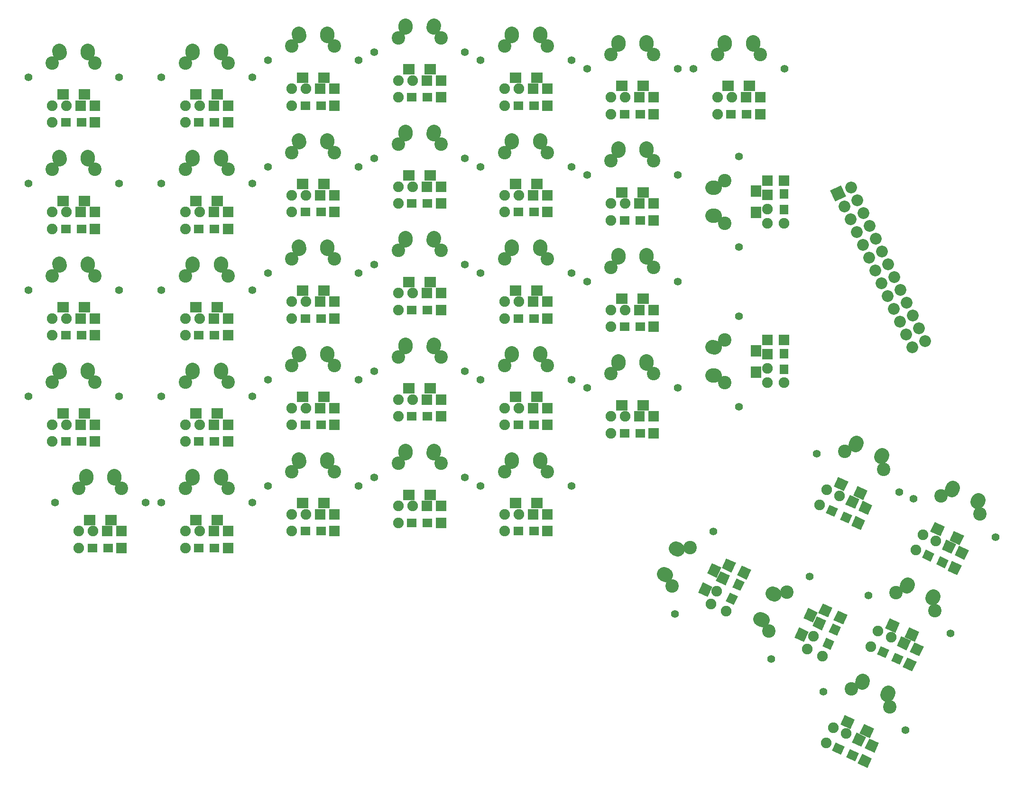
<source format=gbs>
%FSLAX46Y46*%
G04 Gerber Fmt 4.6, Leading zero omitted, Abs format (unit mm)*
G04 Created by KiCad (PCBNEW (2014-09-07 BZR 5117)-product) date Thu 04 Dec 2014 19:35:44 GMT*
%MOMM*%
G01*
G04 APERTURE LIST*
%ADD10C,0.100000*%
%ADD11C,1.900000*%
%ADD12C,2.400000*%
%ADD13C,2.500000*%
%ADD14C,1.400000*%
%ADD15R,2.000000X1.900000*%
%ADD16R,1.900000X1.900000*%
%ADD17R,1.700000X1.600000*%
%ADD18R,1.900000X2.000000*%
%ADD19R,1.600000X1.700000*%
%ADD20C,2.127200*%
G04 APERTURE END LIST*
D10*
G36*
X194782777Y-123387474D02*
X193060792Y-122584499D01*
X193906029Y-120771884D01*
X195628014Y-121574859D01*
X194782777Y-123387474D01*
X194782777Y-123387474D01*
G37*
G36*
X193176827Y-126831444D02*
X191454842Y-126028469D01*
X192300079Y-124215854D01*
X194022064Y-125018829D01*
X193176827Y-126831444D01*
X193176827Y-126831444D01*
G37*
G36*
X196350274Y-124758370D02*
X194628289Y-123955395D01*
X195431264Y-122233410D01*
X197153249Y-123036385D01*
X196350274Y-124758370D01*
X196350274Y-124758370D01*
G37*
D11*
X194817318Y-125797912D03*
D10*
G36*
X197423724Y-122456348D02*
X195701739Y-121653373D01*
X196504714Y-119931388D01*
X198226699Y-120734363D01*
X197423724Y-122456348D01*
X197423724Y-122456348D01*
G37*
D11*
X193743868Y-128099933D03*
D10*
G36*
X200144460Y-123725048D02*
X198422475Y-122922073D01*
X199225450Y-121200088D01*
X200947435Y-122003063D01*
X200144460Y-123725048D01*
X200144460Y-123725048D01*
G37*
D11*
X196464604Y-129368633D03*
D10*
G36*
X199032266Y-125755226D02*
X197582173Y-125079037D01*
X198300624Y-123538314D01*
X199750717Y-124214503D01*
X199032266Y-125755226D01*
X199032266Y-125755226D01*
G37*
G36*
X197848935Y-128292888D02*
X196398842Y-127616699D01*
X197117293Y-126075976D01*
X198567386Y-126752165D01*
X197848935Y-128292888D01*
X197848935Y-128292888D01*
G37*
D12*
X190058154Y-117973517D03*
X186837803Y-124879582D03*
D13*
X187522478Y-118205997D02*
X187878244Y-118388837D01*
X185385992Y-122787706D02*
X185754738Y-122942712D01*
D14*
X187326792Y-129841093D03*
X194173208Y-115158907D03*
D10*
G36*
X212002625Y-131417221D02*
X210280640Y-130614246D01*
X211125877Y-128801631D01*
X212847862Y-129604606D01*
X212002625Y-131417221D01*
X212002625Y-131417221D01*
G37*
G36*
X210396675Y-134861191D02*
X208674690Y-134058216D01*
X209519927Y-132245601D01*
X211241912Y-133048576D01*
X210396675Y-134861191D01*
X210396675Y-134861191D01*
G37*
G36*
X213570122Y-132788117D02*
X211848137Y-131985142D01*
X212651112Y-130263157D01*
X214373097Y-131066132D01*
X213570122Y-132788117D01*
X213570122Y-132788117D01*
G37*
D11*
X212037166Y-133827659D03*
D10*
G36*
X214643572Y-130486095D02*
X212921587Y-129683120D01*
X213724562Y-127961135D01*
X215446547Y-128764110D01*
X214643572Y-130486095D01*
X214643572Y-130486095D01*
G37*
D11*
X210963716Y-136129680D03*
D10*
G36*
X217364308Y-131754795D02*
X215642323Y-130951820D01*
X216445298Y-129229835D01*
X218167283Y-130032810D01*
X217364308Y-131754795D01*
X217364308Y-131754795D01*
G37*
D11*
X213684452Y-137398380D03*
D10*
G36*
X216252114Y-133784973D02*
X214802021Y-133108784D01*
X215520472Y-131568061D01*
X216970565Y-132244250D01*
X216252114Y-133784973D01*
X216252114Y-133784973D01*
G37*
G36*
X215068783Y-136322635D02*
X213618690Y-135646446D01*
X214337141Y-134105723D01*
X215787234Y-134781912D01*
X215068783Y-136322635D01*
X215068783Y-136322635D01*
G37*
D12*
X207278002Y-126003264D03*
X204057651Y-132909329D03*
D13*
X204742326Y-126235744D02*
X205098092Y-126418584D01*
X202605840Y-130817453D02*
X202974586Y-130972459D01*
D14*
X204546640Y-137870840D03*
X211393056Y-123188654D03*
D10*
G36*
X220287348Y-151202195D02*
X221090323Y-149480210D01*
X222902938Y-150325447D01*
X222099963Y-152047432D01*
X220287348Y-151202195D01*
X220287348Y-151202195D01*
G37*
G36*
X216843378Y-149596245D02*
X217646353Y-147874260D01*
X219458968Y-148719497D01*
X218655993Y-150441482D01*
X216843378Y-149596245D01*
X216843378Y-149596245D01*
G37*
G36*
X218916452Y-152769692D02*
X219719427Y-151047707D01*
X221441412Y-151850682D01*
X220638437Y-153572667D01*
X218916452Y-152769692D01*
X218916452Y-152769692D01*
G37*
D11*
X217876910Y-151236736D03*
D10*
G36*
X221218474Y-153843142D02*
X222021449Y-152121157D01*
X223743434Y-152924132D01*
X222940459Y-154646117D01*
X221218474Y-153843142D01*
X221218474Y-153843142D01*
G37*
D11*
X215574889Y-150163286D03*
D10*
G36*
X219949774Y-156563878D02*
X220752749Y-154841893D01*
X222474734Y-155644868D01*
X221671759Y-157366853D01*
X219949774Y-156563878D01*
X219949774Y-156563878D01*
G37*
D11*
X214306189Y-152884022D03*
D10*
G36*
X217919596Y-155451684D02*
X218595785Y-154001591D01*
X220136508Y-154720042D01*
X219460319Y-156170135D01*
X217919596Y-155451684D01*
X217919596Y-155451684D01*
G37*
G36*
X215381934Y-154268353D02*
X216058123Y-152818260D01*
X217598846Y-153536711D01*
X216922657Y-154986804D01*
X215381934Y-154268353D01*
X215381934Y-154268353D01*
G37*
D12*
X225701305Y-146477572D03*
X218795240Y-143257221D03*
D13*
X225468825Y-143941896D02*
X225285985Y-144297662D01*
X220887116Y-141805410D02*
X220732110Y-142174156D01*
D14*
X213833729Y-143746210D03*
X228515915Y-150592626D03*
D10*
G36*
X228317095Y-133982347D02*
X229120070Y-132260362D01*
X230932685Y-133105599D01*
X230129710Y-134827584D01*
X228317095Y-133982347D01*
X228317095Y-133982347D01*
G37*
G36*
X224873125Y-132376397D02*
X225676100Y-130654412D01*
X227488715Y-131499649D01*
X226685740Y-133221634D01*
X224873125Y-132376397D01*
X224873125Y-132376397D01*
G37*
G36*
X226946199Y-135549844D02*
X227749174Y-133827859D01*
X229471159Y-134630834D01*
X228668184Y-136352819D01*
X226946199Y-135549844D01*
X226946199Y-135549844D01*
G37*
D11*
X225906657Y-134016888D03*
D10*
G36*
X229248221Y-136623294D02*
X230051196Y-134901309D01*
X231773181Y-135704284D01*
X230970206Y-137426269D01*
X229248221Y-136623294D01*
X229248221Y-136623294D01*
G37*
D11*
X223604636Y-132943438D03*
D10*
G36*
X227979521Y-139344030D02*
X228782496Y-137622045D01*
X230504481Y-138425020D01*
X229701506Y-140147005D01*
X227979521Y-139344030D01*
X227979521Y-139344030D01*
G37*
D11*
X222335936Y-135664174D03*
D10*
G36*
X225949343Y-138231836D02*
X226625532Y-136781743D01*
X228166255Y-137500194D01*
X227490066Y-138950287D01*
X225949343Y-138231836D01*
X225949343Y-138231836D01*
G37*
G36*
X223411681Y-137048505D02*
X224087870Y-135598412D01*
X225628593Y-136316863D01*
X224952404Y-137766956D01*
X223411681Y-137048505D01*
X223411681Y-137048505D01*
G37*
D12*
X233731052Y-129257724D03*
X226824987Y-126037373D03*
D13*
X233498572Y-126722048D02*
X233315732Y-127077814D01*
X228916863Y-124585562D02*
X228761857Y-124954308D01*
D14*
X221863476Y-126526362D03*
X236545662Y-133372778D03*
D10*
G36*
X236346842Y-116762499D02*
X237149817Y-115040514D01*
X238962432Y-115885751D01*
X238159457Y-117607736D01*
X236346842Y-116762499D01*
X236346842Y-116762499D01*
G37*
G36*
X232902872Y-115156549D02*
X233705847Y-113434564D01*
X235518462Y-114279801D01*
X234715487Y-116001786D01*
X232902872Y-115156549D01*
X232902872Y-115156549D01*
G37*
G36*
X234975946Y-118329996D02*
X235778921Y-116608011D01*
X237500906Y-117410986D01*
X236697931Y-119132971D01*
X234975946Y-118329996D01*
X234975946Y-118329996D01*
G37*
D11*
X233936404Y-116797040D03*
D10*
G36*
X237277968Y-119403446D02*
X238080943Y-117681461D01*
X239802928Y-118484436D01*
X238999953Y-120206421D01*
X237277968Y-119403446D01*
X237277968Y-119403446D01*
G37*
D11*
X231634383Y-115723590D03*
D10*
G36*
X236009268Y-122124182D02*
X236812243Y-120402197D01*
X238534228Y-121205172D01*
X237731253Y-122927157D01*
X236009268Y-122124182D01*
X236009268Y-122124182D01*
G37*
D11*
X230365683Y-118444326D03*
D10*
G36*
X233979090Y-121011988D02*
X234655279Y-119561895D01*
X236196002Y-120280346D01*
X235519813Y-121730439D01*
X233979090Y-121011988D01*
X233979090Y-121011988D01*
G37*
G36*
X231441428Y-119828657D02*
X232117617Y-118378564D01*
X233658340Y-119097015D01*
X232982151Y-120547108D01*
X231441428Y-119828657D01*
X231441428Y-119828657D01*
G37*
D12*
X241760799Y-112037876D03*
X234854734Y-108817525D03*
D13*
X241528319Y-109502200D02*
X241345479Y-109857966D01*
X236946610Y-107365714D02*
X236791604Y-107734460D01*
D14*
X229893223Y-109306514D03*
X244575409Y-116152930D03*
D10*
G36*
X219126994Y-108732752D02*
X219929969Y-107010767D01*
X221742584Y-107856004D01*
X220939609Y-109577989D01*
X219126994Y-108732752D01*
X219126994Y-108732752D01*
G37*
G36*
X215683024Y-107126802D02*
X216485999Y-105404817D01*
X218298614Y-106250054D01*
X217495639Y-107972039D01*
X215683024Y-107126802D01*
X215683024Y-107126802D01*
G37*
G36*
X217756098Y-110300249D02*
X218559073Y-108578264D01*
X220281058Y-109381239D01*
X219478083Y-111103224D01*
X217756098Y-110300249D01*
X217756098Y-110300249D01*
G37*
D11*
X216716556Y-108767293D03*
D10*
G36*
X220058120Y-111373699D02*
X220861095Y-109651714D01*
X222583080Y-110454689D01*
X221780105Y-112176674D01*
X220058120Y-111373699D01*
X220058120Y-111373699D01*
G37*
D11*
X214414535Y-107693843D03*
D10*
G36*
X218789420Y-114094435D02*
X219592395Y-112372450D01*
X221314380Y-113175425D01*
X220511405Y-114897410D01*
X218789420Y-114094435D01*
X218789420Y-114094435D01*
G37*
D11*
X213145835Y-110414579D03*
D10*
G36*
X216759242Y-112982241D02*
X217435431Y-111532148D01*
X218976154Y-112250599D01*
X218299965Y-113700692D01*
X216759242Y-112982241D01*
X216759242Y-112982241D01*
G37*
G36*
X214221580Y-111798910D02*
X214897769Y-110348817D01*
X216438492Y-111067268D01*
X215762303Y-112517361D01*
X214221580Y-111798910D01*
X214221580Y-111798910D01*
G37*
D12*
X224540951Y-104008129D03*
X217634886Y-100787778D03*
D13*
X224308471Y-101472453D02*
X224125631Y-101828219D01*
X219726762Y-99335967D02*
X219571756Y-99704713D01*
D14*
X212673375Y-101276767D03*
X227355561Y-108123183D03*
D15*
X200650000Y-35580000D03*
X196850000Y-35580000D03*
D16*
X200020000Y-37580000D03*
D11*
X197480000Y-37580000D03*
D16*
X202560000Y-37580000D03*
D11*
X194940000Y-37580000D03*
D16*
X202560000Y-40582000D03*
D11*
X194940000Y-40582000D03*
D17*
X200150000Y-40582000D03*
X197350000Y-40582000D03*
D12*
X202560000Y-29960000D03*
X194940000Y-29960000D03*
D13*
X201277678Y-27760147D02*
X201262322Y-28159853D01*
X196222322Y-27760147D02*
X196237678Y-28159853D01*
D14*
X190650000Y-32500000D03*
X206850000Y-32500000D03*
D18*
X201830000Y-54350000D03*
X201830000Y-58150000D03*
D16*
X203830000Y-54980000D03*
D11*
X203830000Y-57520000D03*
D16*
X203830000Y-52440000D03*
D11*
X203830000Y-60060000D03*
D16*
X206832000Y-52440000D03*
D11*
X206832000Y-60060000D03*
D19*
X206832000Y-54850000D03*
X206832000Y-57650000D03*
D12*
X196210000Y-52440000D03*
X196210000Y-60060000D03*
D13*
X194010147Y-53722322D02*
X194409853Y-53737678D01*
X194010147Y-58777678D02*
X194409853Y-58762322D01*
D14*
X198750000Y-64350000D03*
X198750000Y-48150000D03*
D18*
X201830000Y-82850000D03*
X201830000Y-86650000D03*
D16*
X203830000Y-83480000D03*
D11*
X203830000Y-86020000D03*
D16*
X203830000Y-80940000D03*
D11*
X203830000Y-88560000D03*
D16*
X206832000Y-80940000D03*
D11*
X206832000Y-88560000D03*
D19*
X206832000Y-83350000D03*
X206832000Y-86150000D03*
D12*
X196210000Y-80940000D03*
X196210000Y-88560000D03*
D13*
X194010147Y-82222322D02*
X194409853Y-82237678D01*
X194010147Y-87277678D02*
X194409853Y-87262322D01*
D14*
X198750000Y-92850000D03*
X198750000Y-76650000D03*
D15*
X181650000Y-35580000D03*
X177850000Y-35580000D03*
D16*
X181020000Y-37580000D03*
D11*
X178480000Y-37580000D03*
D16*
X183560000Y-37580000D03*
D11*
X175940000Y-37580000D03*
D16*
X183560000Y-40582000D03*
D11*
X175940000Y-40582000D03*
D17*
X181150000Y-40582000D03*
X178350000Y-40582000D03*
D12*
X183560000Y-29960000D03*
X175940000Y-29960000D03*
D13*
X182277678Y-27760147D02*
X182262322Y-28159853D01*
X177222322Y-27760147D02*
X177237678Y-28159853D01*
D14*
X171650000Y-32500000D03*
X187850000Y-32500000D03*
D15*
X181650000Y-54580000D03*
X177850000Y-54580000D03*
D16*
X181020000Y-56580000D03*
D11*
X178480000Y-56580000D03*
D16*
X183560000Y-56580000D03*
D11*
X175940000Y-56580000D03*
D16*
X183560000Y-59582000D03*
D11*
X175940000Y-59582000D03*
D17*
X181150000Y-59582000D03*
X178350000Y-59582000D03*
D12*
X183560000Y-48960000D03*
X175940000Y-48960000D03*
D13*
X182277678Y-46760147D02*
X182262322Y-47159853D01*
X177222322Y-46760147D02*
X177237678Y-47159853D01*
D14*
X171650000Y-51500000D03*
X187850000Y-51500000D03*
D15*
X181650000Y-73580000D03*
X177850000Y-73580000D03*
D16*
X181020000Y-75580000D03*
D11*
X178480000Y-75580000D03*
D16*
X183560000Y-75580000D03*
D11*
X175940000Y-75580000D03*
D16*
X183560000Y-78582000D03*
D11*
X175940000Y-78582000D03*
D17*
X181150000Y-78582000D03*
X178350000Y-78582000D03*
D12*
X183560000Y-67960000D03*
X175940000Y-67960000D03*
D13*
X182277678Y-65760147D02*
X182262322Y-66159853D01*
X177222322Y-65760147D02*
X177237678Y-66159853D01*
D14*
X171650000Y-70500000D03*
X187850000Y-70500000D03*
D15*
X181650000Y-92580000D03*
X177850000Y-92580000D03*
D16*
X181020000Y-94580000D03*
D11*
X178480000Y-94580000D03*
D16*
X183560000Y-94580000D03*
D11*
X175940000Y-94580000D03*
D16*
X183560000Y-97582000D03*
D11*
X175940000Y-97582000D03*
D17*
X181150000Y-97582000D03*
X178350000Y-97582000D03*
D12*
X183560000Y-86960000D03*
X175940000Y-86960000D03*
D13*
X182277678Y-84760147D02*
X182262322Y-85159853D01*
X177222322Y-84760147D02*
X177237678Y-85159853D01*
D14*
X171650000Y-89500000D03*
X187850000Y-89500000D03*
D15*
X162650000Y-34080000D03*
X158850000Y-34080000D03*
D16*
X162020000Y-36080000D03*
D11*
X159480000Y-36080000D03*
D16*
X164560000Y-36080000D03*
D11*
X156940000Y-36080000D03*
D16*
X164560000Y-39082000D03*
D11*
X156940000Y-39082000D03*
D17*
X162150000Y-39082000D03*
X159350000Y-39082000D03*
D12*
X164560000Y-28460000D03*
X156940000Y-28460000D03*
D13*
X163277678Y-26260147D02*
X163262322Y-26659853D01*
X158222322Y-26260147D02*
X158237678Y-26659853D01*
D14*
X152650000Y-31000000D03*
X168850000Y-31000000D03*
D15*
X162650000Y-53080000D03*
X158850000Y-53080000D03*
D16*
X162020000Y-55080000D03*
D11*
X159480000Y-55080000D03*
D16*
X164560000Y-55080000D03*
D11*
X156940000Y-55080000D03*
D16*
X164560000Y-58082000D03*
D11*
X156940000Y-58082000D03*
D17*
X162150000Y-58082000D03*
X159350000Y-58082000D03*
D12*
X164560000Y-47460000D03*
X156940000Y-47460000D03*
D13*
X163277678Y-45260147D02*
X163262322Y-45659853D01*
X158222322Y-45260147D02*
X158237678Y-45659853D01*
D14*
X152650000Y-50000000D03*
X168850000Y-50000000D03*
D15*
X162650000Y-72080000D03*
X158850000Y-72080000D03*
D16*
X162020000Y-74080000D03*
D11*
X159480000Y-74080000D03*
D16*
X164560000Y-74080000D03*
D11*
X156940000Y-74080000D03*
D16*
X164560000Y-77082000D03*
D11*
X156940000Y-77082000D03*
D17*
X162150000Y-77082000D03*
X159350000Y-77082000D03*
D12*
X164560000Y-66460000D03*
X156940000Y-66460000D03*
D13*
X163277678Y-64260147D02*
X163262322Y-64659853D01*
X158222322Y-64260147D02*
X158237678Y-64659853D01*
D14*
X152650000Y-69000000D03*
X168850000Y-69000000D03*
D15*
X162650000Y-91080000D03*
X158850000Y-91080000D03*
D16*
X162020000Y-93080000D03*
D11*
X159480000Y-93080000D03*
D16*
X164560000Y-93080000D03*
D11*
X156940000Y-93080000D03*
D16*
X164560000Y-96082000D03*
D11*
X156940000Y-96082000D03*
D17*
X162150000Y-96082000D03*
X159350000Y-96082000D03*
D12*
X164560000Y-85460000D03*
X156940000Y-85460000D03*
D13*
X163277678Y-83260147D02*
X163262322Y-83659853D01*
X158222322Y-83260147D02*
X158237678Y-83659853D01*
D14*
X152650000Y-88000000D03*
X168850000Y-88000000D03*
D15*
X162650000Y-110080000D03*
X158850000Y-110080000D03*
D16*
X162020000Y-112080000D03*
D11*
X159480000Y-112080000D03*
D16*
X164560000Y-112080000D03*
D11*
X156940000Y-112080000D03*
D16*
X164560000Y-115082000D03*
D11*
X156940000Y-115082000D03*
D17*
X162150000Y-115082000D03*
X159350000Y-115082000D03*
D12*
X164560000Y-104460000D03*
X156940000Y-104460000D03*
D13*
X163277678Y-102260147D02*
X163262322Y-102659853D01*
X158222322Y-102260147D02*
X158237678Y-102659853D01*
D14*
X152650000Y-107000000D03*
X168850000Y-107000000D03*
D15*
X143650000Y-32580000D03*
X139850000Y-32580000D03*
D16*
X143020000Y-34580000D03*
D11*
X140480000Y-34580000D03*
D16*
X145560000Y-34580000D03*
D11*
X137940000Y-34580000D03*
D16*
X145560000Y-37582000D03*
D11*
X137940000Y-37582000D03*
D17*
X143150000Y-37582000D03*
X140350000Y-37582000D03*
D12*
X145560000Y-26960000D03*
X137940000Y-26960000D03*
D13*
X144277678Y-24760147D02*
X144262322Y-25159853D01*
X139222322Y-24760147D02*
X139237678Y-25159853D01*
D14*
X133650000Y-29500000D03*
X149850000Y-29500000D03*
D15*
X143650000Y-51580000D03*
X139850000Y-51580000D03*
D16*
X143020000Y-53580000D03*
D11*
X140480000Y-53580000D03*
D16*
X145560000Y-53580000D03*
D11*
X137940000Y-53580000D03*
D16*
X145560000Y-56582000D03*
D11*
X137940000Y-56582000D03*
D17*
X143150000Y-56582000D03*
X140350000Y-56582000D03*
D12*
X145560000Y-45960000D03*
X137940000Y-45960000D03*
D13*
X144277678Y-43760147D02*
X144262322Y-44159853D01*
X139222322Y-43760147D02*
X139237678Y-44159853D01*
D14*
X133650000Y-48500000D03*
X149850000Y-48500000D03*
D15*
X143650000Y-70580000D03*
X139850000Y-70580000D03*
D16*
X143020000Y-72580000D03*
D11*
X140480000Y-72580000D03*
D16*
X145560000Y-72580000D03*
D11*
X137940000Y-72580000D03*
D16*
X145560000Y-75582000D03*
D11*
X137940000Y-75582000D03*
D17*
X143150000Y-75582000D03*
X140350000Y-75582000D03*
D12*
X145560000Y-64960000D03*
X137940000Y-64960000D03*
D13*
X144277678Y-62760147D02*
X144262322Y-63159853D01*
X139222322Y-62760147D02*
X139237678Y-63159853D01*
D14*
X133650000Y-67500000D03*
X149850000Y-67500000D03*
D15*
X143650000Y-89580000D03*
X139850000Y-89580000D03*
D16*
X143020000Y-91580000D03*
D11*
X140480000Y-91580000D03*
D16*
X145560000Y-91580000D03*
D11*
X137940000Y-91580000D03*
D16*
X145560000Y-94582000D03*
D11*
X137940000Y-94582000D03*
D17*
X143150000Y-94582000D03*
X140350000Y-94582000D03*
D12*
X145560000Y-83960000D03*
X137940000Y-83960000D03*
D13*
X144277678Y-81760147D02*
X144262322Y-82159853D01*
X139222322Y-81760147D02*
X139237678Y-82159853D01*
D14*
X133650000Y-86500000D03*
X149850000Y-86500000D03*
D15*
X143650000Y-108580000D03*
X139850000Y-108580000D03*
D16*
X143020000Y-110580000D03*
D11*
X140480000Y-110580000D03*
D16*
X145560000Y-110580000D03*
D11*
X137940000Y-110580000D03*
D16*
X145560000Y-113582000D03*
D11*
X137940000Y-113582000D03*
D17*
X143150000Y-113582000D03*
X140350000Y-113582000D03*
D12*
X145560000Y-102960000D03*
X137940000Y-102960000D03*
D13*
X144277678Y-100760147D02*
X144262322Y-101159853D01*
X139222322Y-100760147D02*
X139237678Y-101159853D01*
D14*
X133650000Y-105500000D03*
X149850000Y-105500000D03*
D15*
X124650000Y-34080000D03*
X120850000Y-34080000D03*
D16*
X124020000Y-36080000D03*
D11*
X121480000Y-36080000D03*
D16*
X126560000Y-36080000D03*
D11*
X118940000Y-36080000D03*
D16*
X126560000Y-39082000D03*
D11*
X118940000Y-39082000D03*
D17*
X124150000Y-39082000D03*
X121350000Y-39082000D03*
D12*
X126560000Y-28460000D03*
X118940000Y-28460000D03*
D13*
X125277678Y-26260147D02*
X125262322Y-26659853D01*
X120222322Y-26260147D02*
X120237678Y-26659853D01*
D14*
X114650000Y-31000000D03*
X130850000Y-31000000D03*
D15*
X124650000Y-53080000D03*
X120850000Y-53080000D03*
D16*
X124020000Y-55080000D03*
D11*
X121480000Y-55080000D03*
D16*
X126560000Y-55080000D03*
D11*
X118940000Y-55080000D03*
D16*
X126560000Y-58082000D03*
D11*
X118940000Y-58082000D03*
D17*
X124150000Y-58082000D03*
X121350000Y-58082000D03*
D12*
X126560000Y-47460000D03*
X118940000Y-47460000D03*
D13*
X125277678Y-45260147D02*
X125262322Y-45659853D01*
X120222322Y-45260147D02*
X120237678Y-45659853D01*
D14*
X114650000Y-50000000D03*
X130850000Y-50000000D03*
D15*
X124650000Y-72080000D03*
X120850000Y-72080000D03*
D16*
X124020000Y-74080000D03*
D11*
X121480000Y-74080000D03*
D16*
X126560000Y-74080000D03*
D11*
X118940000Y-74080000D03*
D16*
X126560000Y-77082000D03*
D11*
X118940000Y-77082000D03*
D17*
X124150000Y-77082000D03*
X121350000Y-77082000D03*
D12*
X126560000Y-66460000D03*
X118940000Y-66460000D03*
D13*
X125277678Y-64260147D02*
X125262322Y-64659853D01*
X120222322Y-64260147D02*
X120237678Y-64659853D01*
D14*
X114650000Y-69000000D03*
X130850000Y-69000000D03*
D15*
X124650000Y-91080000D03*
X120850000Y-91080000D03*
D16*
X124020000Y-93080000D03*
D11*
X121480000Y-93080000D03*
D16*
X126560000Y-93080000D03*
D11*
X118940000Y-93080000D03*
D16*
X126560000Y-96082000D03*
D11*
X118940000Y-96082000D03*
D17*
X124150000Y-96082000D03*
X121350000Y-96082000D03*
D12*
X126560000Y-85460000D03*
X118940000Y-85460000D03*
D13*
X125277678Y-83260147D02*
X125262322Y-83659853D01*
X120222322Y-83260147D02*
X120237678Y-83659853D01*
D14*
X114650000Y-88000000D03*
X130850000Y-88000000D03*
D15*
X124650000Y-110080000D03*
X120850000Y-110080000D03*
D16*
X124020000Y-112080000D03*
D11*
X121480000Y-112080000D03*
D16*
X126560000Y-112080000D03*
D11*
X118940000Y-112080000D03*
D16*
X126560000Y-115082000D03*
D11*
X118940000Y-115082000D03*
D17*
X124150000Y-115082000D03*
X121350000Y-115082000D03*
D12*
X126560000Y-104460000D03*
X118940000Y-104460000D03*
D13*
X125277678Y-102260147D02*
X125262322Y-102659853D01*
X120222322Y-102260147D02*
X120237678Y-102659853D01*
D14*
X114650000Y-107000000D03*
X130850000Y-107000000D03*
D15*
X105650000Y-37080000D03*
X101850000Y-37080000D03*
D16*
X105020000Y-39080000D03*
D11*
X102480000Y-39080000D03*
D16*
X107560000Y-39080000D03*
D11*
X99940000Y-39080000D03*
D16*
X107560000Y-42082000D03*
D11*
X99940000Y-42082000D03*
D17*
X105150000Y-42082000D03*
X102350000Y-42082000D03*
D12*
X107560000Y-31460000D03*
X99940000Y-31460000D03*
D13*
X106277678Y-29260147D02*
X106262322Y-29659853D01*
X101222322Y-29260147D02*
X101237678Y-29659853D01*
D14*
X95650000Y-34000000D03*
X111850000Y-34000000D03*
D15*
X105650000Y-56080000D03*
X101850000Y-56080000D03*
D16*
X105020000Y-58080000D03*
D11*
X102480000Y-58080000D03*
D16*
X107560000Y-58080000D03*
D11*
X99940000Y-58080000D03*
D16*
X107560000Y-61082000D03*
D11*
X99940000Y-61082000D03*
D17*
X105150000Y-61082000D03*
X102350000Y-61082000D03*
D12*
X107560000Y-50460000D03*
X99940000Y-50460000D03*
D13*
X106277678Y-48260147D02*
X106262322Y-48659853D01*
X101222322Y-48260147D02*
X101237678Y-48659853D01*
D14*
X95650000Y-53000000D03*
X111850000Y-53000000D03*
D15*
X105650000Y-75080000D03*
X101850000Y-75080000D03*
D16*
X105020000Y-77080000D03*
D11*
X102480000Y-77080000D03*
D16*
X107560000Y-77080000D03*
D11*
X99940000Y-77080000D03*
D16*
X107560000Y-80082000D03*
D11*
X99940000Y-80082000D03*
D17*
X105150000Y-80082000D03*
X102350000Y-80082000D03*
D12*
X107560000Y-69460000D03*
X99940000Y-69460000D03*
D13*
X106277678Y-67260147D02*
X106262322Y-67659853D01*
X101222322Y-67260147D02*
X101237678Y-67659853D01*
D14*
X95650000Y-72000000D03*
X111850000Y-72000000D03*
D15*
X105650000Y-94080000D03*
X101850000Y-94080000D03*
D16*
X105020000Y-96080000D03*
D11*
X102480000Y-96080000D03*
D16*
X107560000Y-96080000D03*
D11*
X99940000Y-96080000D03*
D16*
X107560000Y-99082000D03*
D11*
X99940000Y-99082000D03*
D17*
X105150000Y-99082000D03*
X102350000Y-99082000D03*
D12*
X107560000Y-88460000D03*
X99940000Y-88460000D03*
D13*
X106277678Y-86260147D02*
X106262322Y-86659853D01*
X101222322Y-86260147D02*
X101237678Y-86659853D01*
D14*
X95650000Y-91000000D03*
X111850000Y-91000000D03*
D15*
X105650000Y-113080000D03*
X101850000Y-113080000D03*
D16*
X105020000Y-115080000D03*
D11*
X102480000Y-115080000D03*
D16*
X107560000Y-115080000D03*
D11*
X99940000Y-115080000D03*
D16*
X107560000Y-118082000D03*
D11*
X99940000Y-118082000D03*
D17*
X105150000Y-118082000D03*
X102350000Y-118082000D03*
D12*
X107560000Y-107460000D03*
X99940000Y-107460000D03*
D13*
X106277678Y-105260147D02*
X106262322Y-105659853D01*
X101222322Y-105260147D02*
X101237678Y-105659853D01*
D14*
X95650000Y-110000000D03*
X111850000Y-110000000D03*
D15*
X81900000Y-37080000D03*
X78100000Y-37080000D03*
D16*
X81270000Y-39080000D03*
D11*
X78730000Y-39080000D03*
D16*
X83810000Y-39080000D03*
D11*
X76190000Y-39080000D03*
D16*
X83810000Y-42082000D03*
D11*
X76190000Y-42082000D03*
D17*
X81400000Y-42082000D03*
X78600000Y-42082000D03*
D12*
X83810000Y-31460000D03*
X76190000Y-31460000D03*
D13*
X82527678Y-29260147D02*
X82512322Y-29659853D01*
X77472322Y-29260147D02*
X77487678Y-29659853D01*
D14*
X71900000Y-34000000D03*
X88100000Y-34000000D03*
D15*
X81900000Y-56080000D03*
X78100000Y-56080000D03*
D16*
X81270000Y-58080000D03*
D11*
X78730000Y-58080000D03*
D16*
X83810000Y-58080000D03*
D11*
X76190000Y-58080000D03*
D16*
X83810000Y-61082000D03*
D11*
X76190000Y-61082000D03*
D17*
X81400000Y-61082000D03*
X78600000Y-61082000D03*
D12*
X83810000Y-50460000D03*
X76190000Y-50460000D03*
D13*
X82527678Y-48260147D02*
X82512322Y-48659853D01*
X77472322Y-48260147D02*
X77487678Y-48659853D01*
D14*
X71900000Y-53000000D03*
X88100000Y-53000000D03*
D15*
X81900000Y-75080000D03*
X78100000Y-75080000D03*
D16*
X81270000Y-77080000D03*
D11*
X78730000Y-77080000D03*
D16*
X83810000Y-77080000D03*
D11*
X76190000Y-77080000D03*
D16*
X83810000Y-80082000D03*
D11*
X76190000Y-80082000D03*
D17*
X81400000Y-80082000D03*
X78600000Y-80082000D03*
D12*
X83810000Y-69460000D03*
X76190000Y-69460000D03*
D13*
X82527678Y-67260147D02*
X82512322Y-67659853D01*
X77472322Y-67260147D02*
X77487678Y-67659853D01*
D14*
X71900000Y-72000000D03*
X88100000Y-72000000D03*
D15*
X81900000Y-94080000D03*
X78100000Y-94080000D03*
D16*
X81270000Y-96080000D03*
D11*
X78730000Y-96080000D03*
D16*
X83810000Y-96080000D03*
D11*
X76190000Y-96080000D03*
D16*
X83810000Y-99082000D03*
D11*
X76190000Y-99082000D03*
D17*
X81400000Y-99082000D03*
X78600000Y-99082000D03*
D12*
X83810000Y-88460000D03*
X76190000Y-88460000D03*
D13*
X82527678Y-86260147D02*
X82512322Y-86659853D01*
X77472322Y-86260147D02*
X77487678Y-86659853D01*
D14*
X71900000Y-91000000D03*
X88100000Y-91000000D03*
D15*
X86650000Y-113080000D03*
X82850000Y-113080000D03*
D16*
X86020000Y-115080000D03*
D11*
X83480000Y-115080000D03*
D16*
X88560000Y-115080000D03*
D11*
X80940000Y-115080000D03*
D16*
X88560000Y-118082000D03*
D11*
X80940000Y-118082000D03*
D17*
X86150000Y-118082000D03*
X83350000Y-118082000D03*
D12*
X88560000Y-107460000D03*
X80940000Y-107460000D03*
D13*
X87277678Y-105260147D02*
X87262322Y-105659853D01*
X82222322Y-105260147D02*
X82237678Y-105659853D01*
D14*
X76650000Y-110000000D03*
X92850000Y-110000000D03*
D10*
G36*
X215017398Y-54268185D02*
X216933315Y-53343932D01*
X217857568Y-55259849D01*
X215941651Y-56184102D01*
X215017398Y-54268185D01*
X215017398Y-54268185D01*
G37*
D20*
X218725198Y-53660406D02*
X218725198Y-53660406D01*
X217541093Y-57051733D02*
X217541093Y-57051733D01*
X219828809Y-55948122D02*
X219828809Y-55948122D01*
X218644704Y-59339448D02*
X218644704Y-59339448D01*
X220932420Y-58235838D02*
X220932420Y-58235838D01*
X219748315Y-61627164D02*
X219748315Y-61627164D01*
X222036031Y-60523553D02*
X222036031Y-60523553D01*
X220851926Y-63914880D02*
X220851926Y-63914880D01*
X223139641Y-62811269D02*
X223139641Y-62811269D01*
X221955536Y-66202596D02*
X221955536Y-66202596D01*
X224243252Y-65098985D02*
X224243252Y-65098985D01*
X223059147Y-68490311D02*
X223059147Y-68490311D01*
X225346863Y-67386701D02*
X225346863Y-67386701D01*
X224162758Y-70778027D02*
X224162758Y-70778027D01*
X226450474Y-69674416D02*
X226450474Y-69674416D01*
X225266369Y-73065743D02*
X225266369Y-73065743D01*
X227554084Y-71962132D02*
X227554084Y-71962132D01*
X226369979Y-75353459D02*
X226369979Y-75353459D01*
X228657695Y-74249848D02*
X228657695Y-74249848D01*
X227473590Y-77641174D02*
X227473590Y-77641174D01*
X229761306Y-76537564D02*
X229761306Y-76537564D01*
X228577201Y-79928890D02*
X228577201Y-79928890D01*
X230864917Y-78825279D02*
X230864917Y-78825279D01*
X229680812Y-82216606D02*
X229680812Y-82216606D01*
X231968527Y-81112995D02*
X231968527Y-81112995D01*
M02*

</source>
